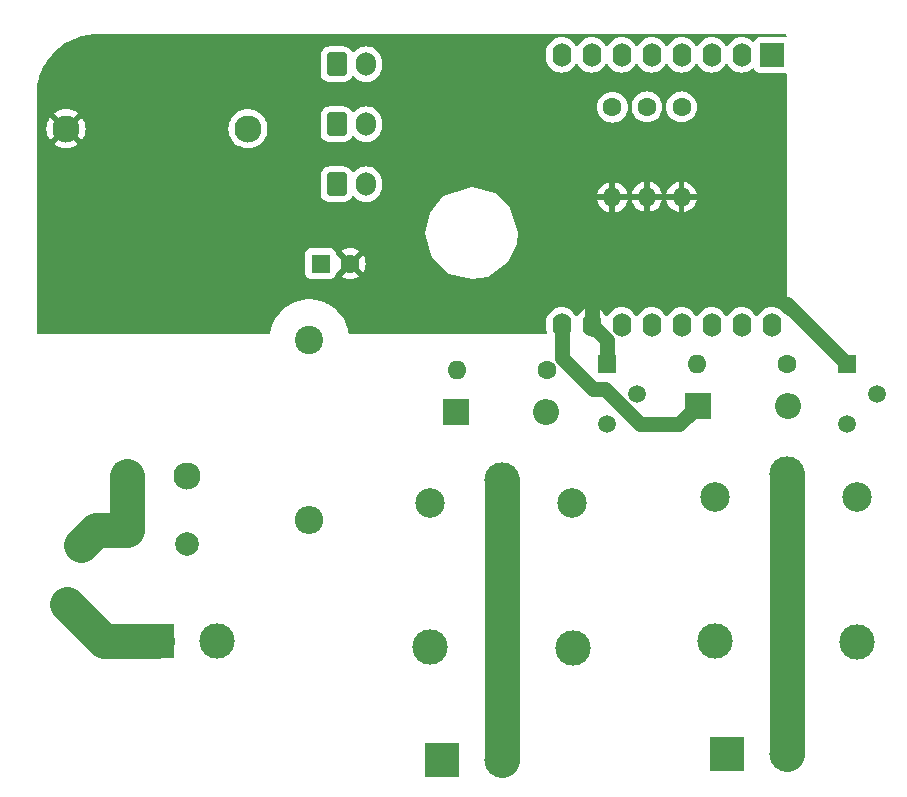
<source format=gbl>
G04 #@! TF.GenerationSoftware,KiCad,Pcbnew,7.0.10*
G04 #@! TF.CreationDate,2024-03-10T12:39:23+01:00*
G04 #@! TF.ProjectId,double_relay,646f7562-6c65-45f7-9265-6c61792e6b69,rev?*
G04 #@! TF.SameCoordinates,Original*
G04 #@! TF.FileFunction,Copper,L2,Bot*
G04 #@! TF.FilePolarity,Positive*
%FSLAX46Y46*%
G04 Gerber Fmt 4.6, Leading zero omitted, Abs format (unit mm)*
G04 Created by KiCad (PCBNEW 7.0.10) date 2024-03-10 12:39:23*
%MOMM*%
%LPD*%
G01*
G04 APERTURE LIST*
G04 Aperture macros list*
%AMRoundRect*
0 Rectangle with rounded corners*
0 $1 Rounding radius*
0 $2 $3 $4 $5 $6 $7 $8 $9 X,Y pos of 4 corners*
0 Add a 4 corners polygon primitive as box body*
4,1,4,$2,$3,$4,$5,$6,$7,$8,$9,$2,$3,0*
0 Add four circle primitives for the rounded corners*
1,1,$1+$1,$2,$3*
1,1,$1+$1,$4,$5*
1,1,$1+$1,$6,$7*
1,1,$1+$1,$8,$9*
0 Add four rect primitives between the rounded corners*
20,1,$1+$1,$2,$3,$4,$5,0*
20,1,$1+$1,$4,$5,$6,$7,0*
20,1,$1+$1,$6,$7,$8,$9,0*
20,1,$1+$1,$8,$9,$2,$3,0*%
G04 Aperture macros list end*
G04 #@! TA.AperFunction,ComponentPad*
%ADD10R,3.000000X3.000000*%
G04 #@! TD*
G04 #@! TA.AperFunction,ComponentPad*
%ADD11C,3.000000*%
G04 #@! TD*
G04 #@! TA.AperFunction,ComponentPad*
%ADD12R,2.200000X2.200000*%
G04 #@! TD*
G04 #@! TA.AperFunction,ComponentPad*
%ADD13O,2.200000X2.200000*%
G04 #@! TD*
G04 #@! TA.AperFunction,ComponentPad*
%ADD14R,1.500000X1.500000*%
G04 #@! TD*
G04 #@! TA.AperFunction,ComponentPad*
%ADD15C,1.500000*%
G04 #@! TD*
G04 #@! TA.AperFunction,ComponentPad*
%ADD16R,1.600000X1.600000*%
G04 #@! TD*
G04 #@! TA.AperFunction,ComponentPad*
%ADD17C,1.600000*%
G04 #@! TD*
G04 #@! TA.AperFunction,ComponentPad*
%ADD18C,2.000000*%
G04 #@! TD*
G04 #@! TA.AperFunction,ComponentPad*
%ADD19RoundRect,0.250000X-0.600000X-0.750000X0.600000X-0.750000X0.600000X0.750000X-0.600000X0.750000X0*%
G04 #@! TD*
G04 #@! TA.AperFunction,ComponentPad*
%ADD20O,1.700000X2.000000*%
G04 #@! TD*
G04 #@! TA.AperFunction,ComponentPad*
%ADD21O,1.600000X1.600000*%
G04 #@! TD*
G04 #@! TA.AperFunction,ComponentPad*
%ADD22C,2.500000*%
G04 #@! TD*
G04 #@! TA.AperFunction,ComponentPad*
%ADD23C,2.400000*%
G04 #@! TD*
G04 #@! TA.AperFunction,ComponentPad*
%ADD24O,2.400000X2.400000*%
G04 #@! TD*
G04 #@! TA.AperFunction,ComponentPad*
%ADD25R,2.000000X2.300000*%
G04 #@! TD*
G04 #@! TA.AperFunction,ComponentPad*
%ADD26C,2.300000*%
G04 #@! TD*
G04 #@! TA.AperFunction,ComponentPad*
%ADD27R,2.000000X2.000000*%
G04 #@! TD*
G04 #@! TA.AperFunction,ComponentPad*
%ADD28O,1.600000X2.000000*%
G04 #@! TD*
G04 #@! TA.AperFunction,Conductor*
%ADD29C,3.000000*%
G04 #@! TD*
G04 #@! TA.AperFunction,Conductor*
%ADD30C,1.270000*%
G04 #@! TD*
G04 #@! TA.AperFunction,Conductor*
%ADD31C,2.540000*%
G04 #@! TD*
G04 APERTURE END LIST*
D10*
X66046649Y-76808031D03*
D11*
X71126649Y-76808031D03*
D12*
X111891164Y-56836220D03*
D13*
X119511164Y-56836220D03*
D10*
X114300000Y-86360000D03*
D11*
X119380000Y-86360000D03*
D14*
X124460000Y-53340000D03*
D15*
X127000000Y-55880000D03*
X124460000Y-58420000D03*
D16*
X79930232Y-44820125D03*
D17*
X82430232Y-44820125D03*
D18*
X58420000Y-73660000D03*
X59620000Y-68660000D03*
D19*
X81280000Y-33020000D03*
D20*
X83780000Y-33020000D03*
D17*
X99085131Y-53855310D03*
D21*
X91465131Y-53855310D03*
D18*
X63580000Y-67380000D03*
X68580000Y-68580000D03*
D19*
X81280000Y-38100000D03*
D20*
X83780000Y-38100000D03*
D11*
X95275131Y-63135310D03*
D22*
X89225131Y-65085310D03*
D11*
X89225131Y-77285310D03*
X101275131Y-77335310D03*
D22*
X101225131Y-65085310D03*
D11*
X119380000Y-62620000D03*
D22*
X113330000Y-64570000D03*
D11*
X113330000Y-76770000D03*
X125380000Y-76820000D03*
D22*
X125330000Y-64570000D03*
D12*
X91391342Y-57351530D03*
D13*
X99011342Y-57351530D03*
D17*
X119380000Y-53340000D03*
D21*
X111760000Y-53340000D03*
D17*
X107558163Y-31552827D03*
D21*
X107558163Y-39172827D03*
D17*
X110483645Y-31552827D03*
D21*
X110483645Y-39172827D03*
D23*
X78951901Y-51255515D03*
D24*
X78951901Y-66495515D03*
D14*
X104140000Y-53340000D03*
D15*
X106680000Y-55880000D03*
X104140000Y-58420000D03*
D17*
X104632681Y-31577410D03*
D21*
X104632681Y-39197410D03*
D19*
X81280000Y-27940000D03*
D20*
X83780000Y-27940000D03*
D25*
X63572845Y-62797865D03*
D26*
X68572845Y-62797865D03*
X58372845Y-33397865D03*
X73772845Y-33397865D03*
D27*
X118110000Y-27155000D03*
D28*
X115570000Y-27155000D03*
X113030000Y-27155000D03*
X110490000Y-27155000D03*
X107950000Y-27155000D03*
X105410000Y-27155000D03*
X102870000Y-27155000D03*
X100330000Y-27155000D03*
X100330000Y-50015000D03*
X102870000Y-50015000D03*
X105410000Y-50015000D03*
X107950000Y-50015000D03*
X110490000Y-50015000D03*
X113030000Y-50015000D03*
X115570000Y-50015000D03*
X118110000Y-50015000D03*
D10*
X90195131Y-86875310D03*
D11*
X95275131Y-86875310D03*
D29*
X61568031Y-76808031D02*
X58420000Y-73660000D01*
X66046649Y-76808031D02*
X61568031Y-76808031D01*
D30*
X102870000Y-48548069D02*
X102870073Y-48547996D01*
X119380000Y-48260000D02*
X119745000Y-48625000D01*
X120650000Y-49530000D02*
X119380000Y-48260000D01*
X124460000Y-53340000D02*
X120650000Y-49530000D01*
X104140000Y-51285000D02*
X102870000Y-50015000D01*
X102870000Y-50015000D02*
X102870000Y-48548069D01*
X104140000Y-53340000D02*
X104140000Y-51285000D01*
X100330000Y-50015000D02*
X100330000Y-52787939D01*
X104035646Y-55477175D02*
X106978471Y-58420000D01*
X103019236Y-55477175D02*
X104035646Y-55477175D01*
X110307384Y-58420000D02*
X111891164Y-56836220D01*
X100330000Y-52787939D02*
X103019236Y-55477175D01*
X106978471Y-58420000D02*
X110307384Y-58420000D01*
D29*
X119380000Y-86360000D02*
X119380000Y-62620000D01*
X95275131Y-63135310D02*
X95275131Y-86875310D01*
X63540000Y-67368984D02*
X60911016Y-67368984D01*
X60911016Y-67368984D02*
X59620000Y-68660000D01*
X63540000Y-62822500D02*
X63540000Y-67368984D01*
D31*
X63540000Y-67368984D02*
X63551016Y-67380000D01*
G04 #@! TA.AperFunction,Conductor*
G36*
X119323039Y-25420185D02*
G01*
X119368794Y-25472989D01*
X119380000Y-25524500D01*
X119380000Y-25542930D01*
X119360315Y-25609969D01*
X119307511Y-25655724D01*
X119238353Y-25665668D01*
X119225129Y-25662294D01*
X119225035Y-25662693D01*
X119217483Y-25660908D01*
X119157883Y-25654501D01*
X119157881Y-25654500D01*
X119157873Y-25654500D01*
X119157864Y-25654500D01*
X117062129Y-25654500D01*
X117062123Y-25654501D01*
X117002516Y-25660908D01*
X116867671Y-25711202D01*
X116867664Y-25711206D01*
X116752455Y-25797452D01*
X116752452Y-25797455D01*
X116666206Y-25912664D01*
X116666202Y-25912671D01*
X116652312Y-25949914D01*
X116610441Y-26005848D01*
X116544976Y-26030265D01*
X116476703Y-26015413D01*
X116448449Y-25994262D01*
X116409141Y-25954954D01*
X116222734Y-25824432D01*
X116222732Y-25824431D01*
X116016497Y-25728261D01*
X116016488Y-25728258D01*
X115796697Y-25669366D01*
X115796693Y-25669365D01*
X115796692Y-25669365D01*
X115796691Y-25669364D01*
X115796686Y-25669364D01*
X115570002Y-25649532D01*
X115569998Y-25649532D01*
X115343313Y-25669364D01*
X115343302Y-25669366D01*
X115123511Y-25728258D01*
X115123502Y-25728261D01*
X114917267Y-25824431D01*
X114917265Y-25824432D01*
X114730858Y-25954954D01*
X114569954Y-26115858D01*
X114439432Y-26302265D01*
X114439431Y-26302267D01*
X114412382Y-26360275D01*
X114366209Y-26412714D01*
X114299016Y-26431866D01*
X114232135Y-26411650D01*
X114187618Y-26360275D01*
X114160568Y-26302267D01*
X114160567Y-26302265D01*
X114140452Y-26273538D01*
X114060937Y-26159977D01*
X114030045Y-26115858D01*
X113869141Y-25954954D01*
X113682734Y-25824432D01*
X113682732Y-25824431D01*
X113476497Y-25728261D01*
X113476488Y-25728258D01*
X113256697Y-25669366D01*
X113256693Y-25669365D01*
X113256692Y-25669365D01*
X113256691Y-25669364D01*
X113256686Y-25669364D01*
X113030002Y-25649532D01*
X113029998Y-25649532D01*
X112803313Y-25669364D01*
X112803302Y-25669366D01*
X112583511Y-25728258D01*
X112583502Y-25728261D01*
X112377267Y-25824431D01*
X112377265Y-25824432D01*
X112190858Y-25954954D01*
X112029954Y-26115858D01*
X111899432Y-26302265D01*
X111899431Y-26302267D01*
X111872382Y-26360275D01*
X111826209Y-26412714D01*
X111759016Y-26431866D01*
X111692135Y-26411650D01*
X111647618Y-26360275D01*
X111620568Y-26302267D01*
X111620567Y-26302265D01*
X111600452Y-26273538D01*
X111520937Y-26159977D01*
X111490045Y-26115858D01*
X111329141Y-25954954D01*
X111142734Y-25824432D01*
X111142732Y-25824431D01*
X110936497Y-25728261D01*
X110936488Y-25728258D01*
X110716697Y-25669366D01*
X110716693Y-25669365D01*
X110716692Y-25669365D01*
X110716691Y-25669364D01*
X110716686Y-25669364D01*
X110490002Y-25649532D01*
X110489998Y-25649532D01*
X110263313Y-25669364D01*
X110263302Y-25669366D01*
X110043511Y-25728258D01*
X110043502Y-25728261D01*
X109837267Y-25824431D01*
X109837265Y-25824432D01*
X109650858Y-25954954D01*
X109489954Y-26115858D01*
X109359432Y-26302265D01*
X109359431Y-26302267D01*
X109332382Y-26360275D01*
X109286209Y-26412714D01*
X109219016Y-26431866D01*
X109152135Y-26411650D01*
X109107618Y-26360275D01*
X109080568Y-26302267D01*
X109080567Y-26302265D01*
X109060452Y-26273538D01*
X108980937Y-26159977D01*
X108950045Y-26115858D01*
X108789141Y-25954954D01*
X108602734Y-25824432D01*
X108602732Y-25824431D01*
X108396497Y-25728261D01*
X108396488Y-25728258D01*
X108176697Y-25669366D01*
X108176693Y-25669365D01*
X108176692Y-25669365D01*
X108176691Y-25669364D01*
X108176686Y-25669364D01*
X107950002Y-25649532D01*
X107949998Y-25649532D01*
X107723313Y-25669364D01*
X107723302Y-25669366D01*
X107503511Y-25728258D01*
X107503502Y-25728261D01*
X107297267Y-25824431D01*
X107297265Y-25824432D01*
X107110858Y-25954954D01*
X106949954Y-26115858D01*
X106819432Y-26302265D01*
X106819431Y-26302267D01*
X106792382Y-26360275D01*
X106746209Y-26412714D01*
X106679016Y-26431866D01*
X106612135Y-26411650D01*
X106567618Y-26360275D01*
X106540568Y-26302267D01*
X106540567Y-26302265D01*
X106520452Y-26273538D01*
X106440937Y-26159977D01*
X106410045Y-26115858D01*
X106249141Y-25954954D01*
X106062734Y-25824432D01*
X106062732Y-25824431D01*
X105856497Y-25728261D01*
X105856488Y-25728258D01*
X105636697Y-25669366D01*
X105636693Y-25669365D01*
X105636692Y-25669365D01*
X105636691Y-25669364D01*
X105636686Y-25669364D01*
X105410002Y-25649532D01*
X105409998Y-25649532D01*
X105183313Y-25669364D01*
X105183302Y-25669366D01*
X104963511Y-25728258D01*
X104963502Y-25728261D01*
X104757267Y-25824431D01*
X104757265Y-25824432D01*
X104570858Y-25954954D01*
X104409954Y-26115858D01*
X104279432Y-26302265D01*
X104279431Y-26302267D01*
X104252382Y-26360275D01*
X104206209Y-26412714D01*
X104139016Y-26431866D01*
X104072135Y-26411650D01*
X104027618Y-26360275D01*
X104000568Y-26302267D01*
X104000567Y-26302265D01*
X103980452Y-26273538D01*
X103900937Y-26159977D01*
X103870045Y-26115858D01*
X103709141Y-25954954D01*
X103522734Y-25824432D01*
X103522732Y-25824431D01*
X103316497Y-25728261D01*
X103316488Y-25728258D01*
X103096697Y-25669366D01*
X103096693Y-25669365D01*
X103096692Y-25669365D01*
X103096691Y-25669364D01*
X103096686Y-25669364D01*
X102870002Y-25649532D01*
X102869998Y-25649532D01*
X102643313Y-25669364D01*
X102643302Y-25669366D01*
X102423511Y-25728258D01*
X102423502Y-25728261D01*
X102217267Y-25824431D01*
X102217265Y-25824432D01*
X102030858Y-25954954D01*
X101869954Y-26115858D01*
X101739432Y-26302265D01*
X101739431Y-26302267D01*
X101712382Y-26360275D01*
X101666209Y-26412714D01*
X101599016Y-26431866D01*
X101532135Y-26411650D01*
X101487618Y-26360275D01*
X101460568Y-26302267D01*
X101460567Y-26302265D01*
X101440452Y-26273538D01*
X101360937Y-26159977D01*
X101330045Y-26115858D01*
X101169141Y-25954954D01*
X100982734Y-25824432D01*
X100982732Y-25824431D01*
X100776497Y-25728261D01*
X100776488Y-25728258D01*
X100556697Y-25669366D01*
X100556693Y-25669365D01*
X100556692Y-25669365D01*
X100556691Y-25669364D01*
X100556686Y-25669364D01*
X100330002Y-25649532D01*
X100329998Y-25649532D01*
X100103313Y-25669364D01*
X100103302Y-25669366D01*
X99883511Y-25728258D01*
X99883502Y-25728261D01*
X99677267Y-25824431D01*
X99677265Y-25824432D01*
X99490858Y-25954954D01*
X99329954Y-26115858D01*
X99199432Y-26302265D01*
X99199431Y-26302267D01*
X99103261Y-26508502D01*
X99103258Y-26508511D01*
X99044366Y-26728302D01*
X99044364Y-26728312D01*
X99029500Y-26898214D01*
X99029500Y-27411785D01*
X99044364Y-27581687D01*
X99044366Y-27581697D01*
X99103258Y-27801488D01*
X99103261Y-27801497D01*
X99199431Y-28007732D01*
X99199432Y-28007734D01*
X99329954Y-28194141D01*
X99490858Y-28355045D01*
X99537693Y-28387839D01*
X99677266Y-28485568D01*
X99883504Y-28581739D01*
X99883509Y-28581740D01*
X99883511Y-28581741D01*
X99936415Y-28595916D01*
X100103308Y-28640635D01*
X100265230Y-28654801D01*
X100329998Y-28660468D01*
X100330000Y-28660468D01*
X100330002Y-28660468D01*
X100386807Y-28655498D01*
X100556692Y-28640635D01*
X100776496Y-28581739D01*
X100982734Y-28485568D01*
X101169139Y-28355047D01*
X101330047Y-28194139D01*
X101460568Y-28007734D01*
X101487618Y-27949724D01*
X101533790Y-27897285D01*
X101600983Y-27878133D01*
X101667865Y-27898348D01*
X101712382Y-27949725D01*
X101739429Y-28007728D01*
X101739432Y-28007734D01*
X101869954Y-28194141D01*
X102030858Y-28355045D01*
X102077693Y-28387839D01*
X102217266Y-28485568D01*
X102423504Y-28581739D01*
X102423509Y-28581740D01*
X102423511Y-28581741D01*
X102476415Y-28595916D01*
X102643308Y-28640635D01*
X102805230Y-28654801D01*
X102869998Y-28660468D01*
X102870000Y-28660468D01*
X102870002Y-28660468D01*
X102926807Y-28655498D01*
X103096692Y-28640635D01*
X103316496Y-28581739D01*
X103522734Y-28485568D01*
X103709139Y-28355047D01*
X103870047Y-28194139D01*
X104000568Y-28007734D01*
X104027618Y-27949724D01*
X104073790Y-27897285D01*
X104140983Y-27878133D01*
X104207865Y-27898348D01*
X104252382Y-27949725D01*
X104279429Y-28007728D01*
X104279432Y-28007734D01*
X104409954Y-28194141D01*
X104570858Y-28355045D01*
X104617693Y-28387839D01*
X104757266Y-28485568D01*
X104963504Y-28581739D01*
X104963509Y-28581740D01*
X104963511Y-28581741D01*
X105016415Y-28595916D01*
X105183308Y-28640635D01*
X105345230Y-28654801D01*
X105409998Y-28660468D01*
X105410000Y-28660468D01*
X105410002Y-28660468D01*
X105466807Y-28655498D01*
X105636692Y-28640635D01*
X105856496Y-28581739D01*
X106062734Y-28485568D01*
X106249139Y-28355047D01*
X106410047Y-28194139D01*
X106540568Y-28007734D01*
X106567618Y-27949724D01*
X106613790Y-27897285D01*
X106680983Y-27878133D01*
X106747865Y-27898348D01*
X106792382Y-27949725D01*
X106819429Y-28007728D01*
X106819432Y-28007734D01*
X106949954Y-28194141D01*
X107110858Y-28355045D01*
X107157693Y-28387839D01*
X107297266Y-28485568D01*
X107503504Y-28581739D01*
X107503509Y-28581740D01*
X107503511Y-28581741D01*
X107556415Y-28595916D01*
X107723308Y-28640635D01*
X107885230Y-28654801D01*
X107949998Y-28660468D01*
X107950000Y-28660468D01*
X107950002Y-28660468D01*
X108006807Y-28655498D01*
X108176692Y-28640635D01*
X108396496Y-28581739D01*
X108602734Y-28485568D01*
X108789139Y-28355047D01*
X108950047Y-28194139D01*
X109080568Y-28007734D01*
X109107618Y-27949724D01*
X109153790Y-27897285D01*
X109220983Y-27878133D01*
X109287865Y-27898348D01*
X109332382Y-27949725D01*
X109359429Y-28007728D01*
X109359432Y-28007734D01*
X109489954Y-28194141D01*
X109650858Y-28355045D01*
X109697693Y-28387839D01*
X109837266Y-28485568D01*
X110043504Y-28581739D01*
X110043509Y-28581740D01*
X110043511Y-28581741D01*
X110096415Y-28595916D01*
X110263308Y-28640635D01*
X110425230Y-28654801D01*
X110489998Y-28660468D01*
X110490000Y-28660468D01*
X110490002Y-28660468D01*
X110546807Y-28655498D01*
X110716692Y-28640635D01*
X110936496Y-28581739D01*
X111142734Y-28485568D01*
X111329139Y-28355047D01*
X111490047Y-28194139D01*
X111620568Y-28007734D01*
X111647618Y-27949724D01*
X111693790Y-27897285D01*
X111760983Y-27878133D01*
X111827865Y-27898348D01*
X111872382Y-27949725D01*
X111899429Y-28007728D01*
X111899432Y-28007734D01*
X112029954Y-28194141D01*
X112190858Y-28355045D01*
X112237693Y-28387839D01*
X112377266Y-28485568D01*
X112583504Y-28581739D01*
X112583509Y-28581740D01*
X112583511Y-28581741D01*
X112636415Y-28595916D01*
X112803308Y-28640635D01*
X112965230Y-28654801D01*
X113029998Y-28660468D01*
X113030000Y-28660468D01*
X113030002Y-28660468D01*
X113086807Y-28655498D01*
X113256692Y-28640635D01*
X113476496Y-28581739D01*
X113682734Y-28485568D01*
X113869139Y-28355047D01*
X114030047Y-28194139D01*
X114160568Y-28007734D01*
X114187618Y-27949724D01*
X114233790Y-27897285D01*
X114300983Y-27878133D01*
X114367865Y-27898348D01*
X114412382Y-27949725D01*
X114439429Y-28007728D01*
X114439432Y-28007734D01*
X114569954Y-28194141D01*
X114730858Y-28355045D01*
X114777693Y-28387839D01*
X114917266Y-28485568D01*
X115123504Y-28581739D01*
X115123509Y-28581740D01*
X115123511Y-28581741D01*
X115176415Y-28595916D01*
X115343308Y-28640635D01*
X115505230Y-28654801D01*
X115569998Y-28660468D01*
X115570000Y-28660468D01*
X115570002Y-28660468D01*
X115626807Y-28655498D01*
X115796692Y-28640635D01*
X116016496Y-28581739D01*
X116222734Y-28485568D01*
X116409139Y-28355047D01*
X116448448Y-28315738D01*
X116509770Y-28282252D01*
X116579462Y-28287236D01*
X116635396Y-28329106D01*
X116652312Y-28360086D01*
X116666201Y-28397326D01*
X116666206Y-28397335D01*
X116752452Y-28512544D01*
X116752455Y-28512547D01*
X116867664Y-28598793D01*
X116867671Y-28598797D01*
X117002517Y-28649091D01*
X117002516Y-28649091D01*
X117009444Y-28649835D01*
X117062127Y-28655500D01*
X119157872Y-28655499D01*
X119217483Y-28649091D01*
X119217485Y-28649090D01*
X119217487Y-28649090D01*
X119225031Y-28647308D01*
X119225658Y-28649961D01*
X119282339Y-28645899D01*
X119343667Y-28679374D01*
X119377162Y-28740691D01*
X119380000Y-28767069D01*
X119380000Y-48968116D01*
X119360315Y-49035155D01*
X119307511Y-49080910D01*
X119238353Y-49090854D01*
X119174797Y-49061829D01*
X119154425Y-49039239D01*
X119110046Y-48975859D01*
X118949141Y-48814954D01*
X118762734Y-48684432D01*
X118762732Y-48684431D01*
X118556497Y-48588261D01*
X118556488Y-48588258D01*
X118336697Y-48529366D01*
X118336693Y-48529365D01*
X118336692Y-48529365D01*
X118336691Y-48529364D01*
X118336686Y-48529364D01*
X118110002Y-48509532D01*
X118109998Y-48509532D01*
X117883313Y-48529364D01*
X117883302Y-48529366D01*
X117663511Y-48588258D01*
X117663502Y-48588261D01*
X117457267Y-48684431D01*
X117457265Y-48684432D01*
X117270858Y-48814954D01*
X117109954Y-48975858D01*
X116979432Y-49162265D01*
X116979431Y-49162267D01*
X116952382Y-49220275D01*
X116906209Y-49272714D01*
X116839016Y-49291866D01*
X116772135Y-49271650D01*
X116727618Y-49220275D01*
X116700686Y-49162520D01*
X116700568Y-49162266D01*
X116570047Y-48975861D01*
X116570045Y-48975858D01*
X116409141Y-48814954D01*
X116222734Y-48684432D01*
X116222732Y-48684431D01*
X116016497Y-48588261D01*
X116016488Y-48588258D01*
X115796697Y-48529366D01*
X115796693Y-48529365D01*
X115796692Y-48529365D01*
X115796691Y-48529364D01*
X115796686Y-48529364D01*
X115570002Y-48509532D01*
X115569998Y-48509532D01*
X115343313Y-48529364D01*
X115343302Y-48529366D01*
X115123511Y-48588258D01*
X115123502Y-48588261D01*
X114917267Y-48684431D01*
X114917265Y-48684432D01*
X114730858Y-48814954D01*
X114569954Y-48975858D01*
X114439432Y-49162265D01*
X114439431Y-49162267D01*
X114412382Y-49220275D01*
X114366209Y-49272714D01*
X114299016Y-49291866D01*
X114232135Y-49271650D01*
X114187618Y-49220275D01*
X114160686Y-49162520D01*
X114160568Y-49162266D01*
X114030047Y-48975861D01*
X114030045Y-48975858D01*
X113869141Y-48814954D01*
X113682734Y-48684432D01*
X113682732Y-48684431D01*
X113476497Y-48588261D01*
X113476488Y-48588258D01*
X113256697Y-48529366D01*
X113256693Y-48529365D01*
X113256692Y-48529365D01*
X113256691Y-48529364D01*
X113256686Y-48529364D01*
X113030002Y-48509532D01*
X113029998Y-48509532D01*
X112803313Y-48529364D01*
X112803302Y-48529366D01*
X112583511Y-48588258D01*
X112583502Y-48588261D01*
X112377267Y-48684431D01*
X112377265Y-48684432D01*
X112190858Y-48814954D01*
X112029954Y-48975858D01*
X111899432Y-49162265D01*
X111899431Y-49162267D01*
X111872382Y-49220275D01*
X111826209Y-49272714D01*
X111759016Y-49291866D01*
X111692135Y-49271650D01*
X111647618Y-49220275D01*
X111620686Y-49162520D01*
X111620568Y-49162266D01*
X111490047Y-48975861D01*
X111490045Y-48975858D01*
X111329141Y-48814954D01*
X111142734Y-48684432D01*
X111142732Y-48684431D01*
X110936497Y-48588261D01*
X110936488Y-48588258D01*
X110716697Y-48529366D01*
X110716693Y-48529365D01*
X110716692Y-48529365D01*
X110716691Y-48529364D01*
X110716686Y-48529364D01*
X110490002Y-48509532D01*
X110489998Y-48509532D01*
X110263313Y-48529364D01*
X110263302Y-48529366D01*
X110043511Y-48588258D01*
X110043502Y-48588261D01*
X109837267Y-48684431D01*
X109837265Y-48684432D01*
X109650858Y-48814954D01*
X109489954Y-48975858D01*
X109359432Y-49162265D01*
X109359431Y-49162267D01*
X109332382Y-49220275D01*
X109286209Y-49272714D01*
X109219016Y-49291866D01*
X109152135Y-49271650D01*
X109107618Y-49220275D01*
X109080686Y-49162520D01*
X109080568Y-49162266D01*
X108950047Y-48975861D01*
X108950045Y-48975858D01*
X108789141Y-48814954D01*
X108602734Y-48684432D01*
X108602732Y-48684431D01*
X108396497Y-48588261D01*
X108396488Y-48588258D01*
X108176697Y-48529366D01*
X108176693Y-48529365D01*
X108176692Y-48529365D01*
X108176691Y-48529364D01*
X108176686Y-48529364D01*
X107950002Y-48509532D01*
X107949998Y-48509532D01*
X107723313Y-48529364D01*
X107723302Y-48529366D01*
X107503511Y-48588258D01*
X107503502Y-48588261D01*
X107297267Y-48684431D01*
X107297265Y-48684432D01*
X107110858Y-48814954D01*
X106949954Y-48975858D01*
X106819432Y-49162265D01*
X106819431Y-49162267D01*
X106792382Y-49220275D01*
X106746209Y-49272714D01*
X106679016Y-49291866D01*
X106612135Y-49271650D01*
X106567618Y-49220275D01*
X106540686Y-49162520D01*
X106540568Y-49162266D01*
X106410047Y-48975861D01*
X106410045Y-48975858D01*
X106249141Y-48814954D01*
X106062734Y-48684432D01*
X106062732Y-48684431D01*
X105856497Y-48588261D01*
X105856488Y-48588258D01*
X105636697Y-48529366D01*
X105636693Y-48529365D01*
X105636692Y-48529365D01*
X105636691Y-48529364D01*
X105636686Y-48529364D01*
X105410002Y-48509532D01*
X105409998Y-48509532D01*
X105183313Y-48529364D01*
X105183302Y-48529366D01*
X104963511Y-48588258D01*
X104963502Y-48588261D01*
X104757267Y-48684431D01*
X104757265Y-48684432D01*
X104570858Y-48814954D01*
X104409954Y-48975858D01*
X104279433Y-49162264D01*
X104279432Y-49162266D01*
X104279315Y-49162518D01*
X104252106Y-49220867D01*
X104205933Y-49273306D01*
X104138739Y-49292457D01*
X104071858Y-49272241D01*
X104027342Y-49220865D01*
X104000135Y-49162520D01*
X104000134Y-49162518D01*
X103869657Y-48976179D01*
X103708820Y-48815342D01*
X103522482Y-48684865D01*
X103316328Y-48588734D01*
X103120000Y-48536127D01*
X103120000Y-49579498D01*
X103012315Y-49530320D01*
X102905763Y-49515000D01*
X102834237Y-49515000D01*
X102727685Y-49530320D01*
X102620000Y-49579498D01*
X102620000Y-48536127D01*
X102423671Y-48588734D01*
X102217517Y-48684865D01*
X102031179Y-48815342D01*
X101870342Y-48976179D01*
X101739867Y-49162515D01*
X101712657Y-49220867D01*
X101666484Y-49273306D01*
X101599290Y-49292457D01*
X101532409Y-49272241D01*
X101487893Y-49220865D01*
X101460685Y-49162518D01*
X101460568Y-49162266D01*
X101330047Y-48975861D01*
X101330045Y-48975858D01*
X101169141Y-48814954D01*
X100982734Y-48684432D01*
X100982732Y-48684431D01*
X100776497Y-48588261D01*
X100776488Y-48588258D01*
X100556697Y-48529366D01*
X100556693Y-48529365D01*
X100556692Y-48529365D01*
X100556691Y-48529364D01*
X100556686Y-48529364D01*
X100330002Y-48509532D01*
X100329998Y-48509532D01*
X100103313Y-48529364D01*
X100103302Y-48529366D01*
X99883511Y-48588258D01*
X99883502Y-48588261D01*
X99677267Y-48684431D01*
X99677265Y-48684432D01*
X99490858Y-48814954D01*
X99329954Y-48975858D01*
X99199432Y-49162265D01*
X99199431Y-49162267D01*
X99103261Y-49368502D01*
X99103258Y-49368511D01*
X99044366Y-49588302D01*
X99044364Y-49588312D01*
X99029500Y-49758214D01*
X99029500Y-50271785D01*
X99044364Y-50441687D01*
X99044366Y-50441697D01*
X99098548Y-50643907D01*
X99096885Y-50713757D01*
X99057722Y-50771619D01*
X98993494Y-50799123D01*
X98978773Y-50800000D01*
X82411633Y-50800000D01*
X82344594Y-50780315D01*
X82298839Y-50727511D01*
X82288347Y-50689286D01*
X82285612Y-50663909D01*
X82285611Y-50663902D01*
X82285611Y-50663900D01*
X82211876Y-50321207D01*
X82102765Y-49988086D01*
X81961754Y-49673271D01*
X81959477Y-49668187D01*
X81959476Y-49668184D01*
X81959442Y-49668126D01*
X81783563Y-49364975D01*
X81576960Y-49081797D01*
X81576158Y-49080910D01*
X81341930Y-48821746D01*
X81341921Y-48821736D01*
X81188895Y-48684431D01*
X81081017Y-48587635D01*
X81081012Y-48587632D01*
X80797088Y-48382046D01*
X80581891Y-48258229D01*
X80493263Y-48207235D01*
X80493261Y-48207234D01*
X80493260Y-48207233D01*
X80172836Y-48065092D01*
X79839332Y-47957185D01*
X79839336Y-47957185D01*
X79646290Y-47916375D01*
X79496373Y-47884682D01*
X79496367Y-47884681D01*
X79496361Y-47884680D01*
X79496353Y-47884679D01*
X79147735Y-47848384D01*
X79147723Y-47848383D01*
X79147722Y-47848383D01*
X79147721Y-47848383D01*
X79147708Y-47848382D01*
X78797178Y-47848682D01*
X78448604Y-47885575D01*
X78105765Y-47958662D01*
X77772440Y-48067141D01*
X77452262Y-48209826D01*
X77452243Y-48209836D01*
X77148734Y-48385158D01*
X77148716Y-48385169D01*
X76865167Y-48591221D01*
X76865143Y-48591240D01*
X76604664Y-48825763D01*
X76604649Y-48825777D01*
X76469184Y-48976179D01*
X76374061Y-49081791D01*
X76370051Y-49086243D01*
X76370049Y-49086245D01*
X76163938Y-49369765D01*
X75988543Y-49673271D01*
X75845798Y-49993421D01*
X75737256Y-50326728D01*
X75664105Y-50669543D01*
X75662034Y-50689077D01*
X75635389Y-50753667D01*
X75578054Y-50793598D01*
X75538725Y-50800000D01*
X56004500Y-50800000D01*
X55937461Y-50780315D01*
X55891706Y-50727511D01*
X55880500Y-50676000D01*
X55880500Y-45667995D01*
X78629732Y-45667995D01*
X78629733Y-45668001D01*
X78636140Y-45727608D01*
X78686434Y-45862453D01*
X78686438Y-45862460D01*
X78772684Y-45977669D01*
X78772687Y-45977672D01*
X78887896Y-46063918D01*
X78887903Y-46063922D01*
X79022749Y-46114216D01*
X79022748Y-46114216D01*
X79029676Y-46114960D01*
X79082359Y-46120625D01*
X80778104Y-46120624D01*
X80837715Y-46114216D01*
X80972563Y-46063921D01*
X81087778Y-45977671D01*
X81174028Y-45862456D01*
X81224323Y-45727608D01*
X81230732Y-45667998D01*
X81230731Y-45667970D01*
X81230910Y-45664672D01*
X81232415Y-45664752D01*
X81250344Y-45603451D01*
X81303100Y-45557639D01*
X81346697Y-45550106D01*
X82032278Y-44864525D01*
X82045067Y-44945273D01*
X82102591Y-45058170D01*
X82192187Y-45147766D01*
X82305084Y-45205290D01*
X82385831Y-45218078D01*
X81704758Y-45899150D01*
X81777745Y-45950257D01*
X81777753Y-45950261D01*
X81983900Y-46046389D01*
X81983914Y-46046394D01*
X82203621Y-46105264D01*
X82203632Y-46105266D01*
X82430230Y-46125091D01*
X82430234Y-46125091D01*
X82656831Y-46105266D01*
X82656842Y-46105264D01*
X82876549Y-46046394D01*
X82876563Y-46046389D01*
X83082710Y-45950261D01*
X83155703Y-45899149D01*
X82474632Y-45218078D01*
X82555380Y-45205290D01*
X82668277Y-45147766D01*
X82757873Y-45058170D01*
X82815397Y-44945273D01*
X82828185Y-44864525D01*
X83509256Y-45545596D01*
X83560368Y-45472603D01*
X83656496Y-45266456D01*
X83656501Y-45266442D01*
X83715371Y-45046735D01*
X83715373Y-45046724D01*
X83735198Y-44820127D01*
X83735198Y-44820122D01*
X83715373Y-44593525D01*
X83715371Y-44593514D01*
X83656501Y-44373807D01*
X83656496Y-44373793D01*
X83560368Y-44167646D01*
X83560364Y-44167638D01*
X83509257Y-44094651D01*
X82828185Y-44775723D01*
X82815397Y-44694977D01*
X82757873Y-44582080D01*
X82668277Y-44492484D01*
X82555380Y-44434960D01*
X82474633Y-44422171D01*
X83155704Y-43741099D01*
X83082710Y-43689988D01*
X82876563Y-43593860D01*
X82876549Y-43593855D01*
X82656842Y-43534985D01*
X82656831Y-43534983D01*
X82430234Y-43515159D01*
X82430230Y-43515159D01*
X82203632Y-43534983D01*
X82203621Y-43534985D01*
X81983914Y-43593855D01*
X81983905Y-43593859D01*
X81777748Y-43689991D01*
X81777744Y-43689993D01*
X81704758Y-43741098D01*
X81704758Y-43741099D01*
X82385831Y-44422171D01*
X82305084Y-44434960D01*
X82192187Y-44492484D01*
X82102591Y-44582080D01*
X82045067Y-44694977D01*
X82032278Y-44775723D01*
X81346031Y-44089476D01*
X81297037Y-44079630D01*
X81246854Y-44031014D01*
X81232213Y-43975491D01*
X81231132Y-43975548D01*
X81231086Y-43975554D01*
X81231085Y-43975551D01*
X81230908Y-43975561D01*
X81230731Y-43972260D01*
X81230731Y-43972253D01*
X81224323Y-43912642D01*
X81174028Y-43777794D01*
X81174027Y-43777793D01*
X81174025Y-43777789D01*
X81087779Y-43662580D01*
X81087776Y-43662577D01*
X80972567Y-43576331D01*
X80972560Y-43576327D01*
X80837714Y-43526033D01*
X80837715Y-43526033D01*
X80778115Y-43519626D01*
X80778113Y-43519625D01*
X80778105Y-43519625D01*
X80778096Y-43519625D01*
X79082361Y-43519625D01*
X79082355Y-43519626D01*
X79022748Y-43526033D01*
X78887903Y-43576327D01*
X78887896Y-43576331D01*
X78772687Y-43662577D01*
X78772684Y-43662580D01*
X78686438Y-43777789D01*
X78686434Y-43777796D01*
X78636140Y-43912642D01*
X78629733Y-43972241D01*
X78629733Y-43972248D01*
X78629732Y-43972260D01*
X78629732Y-45667995D01*
X55880500Y-45667995D01*
X55880500Y-42229997D01*
X88783346Y-42229997D01*
X88783347Y-42229998D01*
X88783347Y-42230000D01*
X89041533Y-43180000D01*
X89288704Y-44089476D01*
X89327800Y-44233328D01*
X90761497Y-45667024D01*
X92710000Y-46156653D01*
X94126295Y-45959615D01*
X95823324Y-44672214D01*
X96520000Y-43180000D01*
X96642608Y-42168967D01*
X96642607Y-42168966D01*
X96642608Y-42168965D01*
X95917056Y-39929722D01*
X95201315Y-39288494D01*
X94820595Y-38947409D01*
X103353808Y-38947409D01*
X103353809Y-38947410D01*
X104316995Y-38947410D01*
X104305040Y-38959365D01*
X104247516Y-39072262D01*
X104227695Y-39197410D01*
X104247516Y-39322558D01*
X104305040Y-39435455D01*
X104316995Y-39447410D01*
X103353809Y-39447410D01*
X103406411Y-39643727D01*
X103406415Y-39643736D01*
X103502546Y-39849892D01*
X103633023Y-40036230D01*
X103793860Y-40197067D01*
X103980198Y-40327544D01*
X104186354Y-40423675D01*
X104186363Y-40423679D01*
X104382680Y-40476282D01*
X104382681Y-40476281D01*
X104382681Y-39513096D01*
X104394636Y-39525051D01*
X104507533Y-39582575D01*
X104601200Y-39597410D01*
X104664162Y-39597410D01*
X104757829Y-39582575D01*
X104870726Y-39525051D01*
X104882681Y-39513096D01*
X104882681Y-40476282D01*
X105078998Y-40423679D01*
X105079007Y-40423675D01*
X105285163Y-40327544D01*
X105471501Y-40197067D01*
X105632338Y-40036230D01*
X105762815Y-39849892D01*
X105858946Y-39643736D01*
X105858950Y-39643727D01*
X105911553Y-39447410D01*
X104948367Y-39447410D01*
X104960322Y-39435455D01*
X105017846Y-39322558D01*
X105037667Y-39197410D01*
X105017846Y-39072262D01*
X104960322Y-38959365D01*
X104948367Y-38947410D01*
X105911553Y-38947410D01*
X105911553Y-38947409D01*
X105904966Y-38922826D01*
X106279290Y-38922826D01*
X106279291Y-38922827D01*
X107242477Y-38922827D01*
X107230522Y-38934782D01*
X107172998Y-39047679D01*
X107153177Y-39172827D01*
X107172998Y-39297975D01*
X107230522Y-39410872D01*
X107242477Y-39422827D01*
X106279291Y-39422827D01*
X106331893Y-39619144D01*
X106331897Y-39619153D01*
X106428028Y-39825309D01*
X106558505Y-40011647D01*
X106719342Y-40172484D01*
X106905680Y-40302961D01*
X107111836Y-40399092D01*
X107111845Y-40399096D01*
X107308162Y-40451699D01*
X107308163Y-40451698D01*
X107308163Y-39488513D01*
X107320118Y-39500468D01*
X107433015Y-39557992D01*
X107526682Y-39572827D01*
X107589644Y-39572827D01*
X107683311Y-39557992D01*
X107796208Y-39500468D01*
X107808163Y-39488513D01*
X107808163Y-40451699D01*
X108004480Y-40399096D01*
X108004489Y-40399092D01*
X108210645Y-40302961D01*
X108396983Y-40172484D01*
X108557820Y-40011647D01*
X108688297Y-39825309D01*
X108784428Y-39619153D01*
X108784432Y-39619144D01*
X108837035Y-39422827D01*
X107873849Y-39422827D01*
X107885804Y-39410872D01*
X107943328Y-39297975D01*
X107963149Y-39172827D01*
X107943328Y-39047679D01*
X107885804Y-38934782D01*
X107873849Y-38922827D01*
X108837035Y-38922827D01*
X108837035Y-38922826D01*
X109204772Y-38922826D01*
X109204773Y-38922827D01*
X110167959Y-38922827D01*
X110156004Y-38934782D01*
X110098480Y-39047679D01*
X110078659Y-39172827D01*
X110098480Y-39297975D01*
X110156004Y-39410872D01*
X110167959Y-39422827D01*
X109204773Y-39422827D01*
X109257375Y-39619144D01*
X109257379Y-39619153D01*
X109353510Y-39825309D01*
X109483987Y-40011647D01*
X109644824Y-40172484D01*
X109831162Y-40302961D01*
X110037318Y-40399092D01*
X110037327Y-40399096D01*
X110233644Y-40451699D01*
X110233645Y-40451698D01*
X110233645Y-39488513D01*
X110245600Y-39500468D01*
X110358497Y-39557992D01*
X110452164Y-39572827D01*
X110515126Y-39572827D01*
X110608793Y-39557992D01*
X110721690Y-39500468D01*
X110733645Y-39488513D01*
X110733645Y-40451699D01*
X110929962Y-40399096D01*
X110929971Y-40399092D01*
X111136127Y-40302961D01*
X111322465Y-40172484D01*
X111483302Y-40011647D01*
X111613779Y-39825309D01*
X111709910Y-39619153D01*
X111709914Y-39619144D01*
X111762517Y-39422827D01*
X110799331Y-39422827D01*
X110811286Y-39410872D01*
X110868810Y-39297975D01*
X110888631Y-39172827D01*
X110868810Y-39047679D01*
X110811286Y-38934782D01*
X110799331Y-38922827D01*
X111762517Y-38922827D01*
X111762517Y-38922826D01*
X111709914Y-38726509D01*
X111709910Y-38726500D01*
X111613779Y-38520344D01*
X111483302Y-38334006D01*
X111322465Y-38173169D01*
X111136127Y-38042692D01*
X110929973Y-37946561D01*
X110733645Y-37893954D01*
X110733645Y-38857141D01*
X110721690Y-38845186D01*
X110608793Y-38787662D01*
X110515126Y-38772827D01*
X110452164Y-38772827D01*
X110358497Y-38787662D01*
X110245600Y-38845186D01*
X110233645Y-38857141D01*
X110233645Y-37893954D01*
X110037316Y-37946561D01*
X109831162Y-38042692D01*
X109644824Y-38173169D01*
X109483987Y-38334006D01*
X109353510Y-38520344D01*
X109257379Y-38726500D01*
X109257375Y-38726509D01*
X109204772Y-38922826D01*
X108837035Y-38922826D01*
X108784432Y-38726509D01*
X108784428Y-38726500D01*
X108688297Y-38520344D01*
X108557820Y-38334006D01*
X108396983Y-38173169D01*
X108210645Y-38042692D01*
X108004491Y-37946561D01*
X107808163Y-37893954D01*
X107808163Y-38857141D01*
X107796208Y-38845186D01*
X107683311Y-38787662D01*
X107589644Y-38772827D01*
X107526682Y-38772827D01*
X107433015Y-38787662D01*
X107320118Y-38845186D01*
X107308163Y-38857141D01*
X107308163Y-37893954D01*
X107111834Y-37946561D01*
X106905680Y-38042692D01*
X106719342Y-38173169D01*
X106558505Y-38334006D01*
X106428028Y-38520344D01*
X106331897Y-38726500D01*
X106331893Y-38726509D01*
X106279290Y-38922826D01*
X105904966Y-38922826D01*
X105858950Y-38751092D01*
X105858946Y-38751083D01*
X105762815Y-38544927D01*
X105632338Y-38358589D01*
X105471501Y-38197752D01*
X105285163Y-38067275D01*
X105079009Y-37971144D01*
X104882681Y-37918537D01*
X104882681Y-38881724D01*
X104870726Y-38869769D01*
X104757829Y-38812245D01*
X104664162Y-38797410D01*
X104601200Y-38797410D01*
X104507533Y-38812245D01*
X104394636Y-38869769D01*
X104382681Y-38881724D01*
X104382681Y-37918537D01*
X104186352Y-37971144D01*
X103980198Y-38067275D01*
X103793860Y-38197752D01*
X103633023Y-38358589D01*
X103502546Y-38544927D01*
X103406415Y-38751083D01*
X103406411Y-38751092D01*
X103353808Y-38947409D01*
X94820595Y-38947409D01*
X94711477Y-38849651D01*
X94711475Y-38849650D01*
X92710000Y-38303347D01*
X92709999Y-38303347D01*
X90322611Y-39083723D01*
X90322608Y-39083725D01*
X89152245Y-40546679D01*
X88783346Y-42229997D01*
X55880500Y-42229997D01*
X55880500Y-38900001D01*
X79929500Y-38900001D01*
X79929501Y-38900018D01*
X79940000Y-39002796D01*
X79940001Y-39002799D01*
X79985894Y-39141294D01*
X79995186Y-39169334D01*
X80087288Y-39318656D01*
X80211344Y-39442712D01*
X80360666Y-39534814D01*
X80527203Y-39589999D01*
X80629991Y-39600500D01*
X81930008Y-39600499D01*
X82032797Y-39589999D01*
X82199334Y-39534814D01*
X82348656Y-39442712D01*
X82472712Y-39318656D01*
X82564814Y-39169334D01*
X82564814Y-39169331D01*
X82568178Y-39163879D01*
X82620126Y-39117154D01*
X82689088Y-39105931D01*
X82753170Y-39133774D01*
X82761398Y-39141294D01*
X82908599Y-39288495D01*
X82951675Y-39318657D01*
X83102165Y-39424032D01*
X83102167Y-39424033D01*
X83102170Y-39424035D01*
X83316337Y-39523903D01*
X83544592Y-39585063D01*
X83721034Y-39600500D01*
X83779999Y-39605659D01*
X83780000Y-39605659D01*
X83780001Y-39605659D01*
X83838966Y-39600500D01*
X84015408Y-39585063D01*
X84243663Y-39523903D01*
X84457829Y-39424035D01*
X84651401Y-39288495D01*
X84818495Y-39121401D01*
X84954035Y-38927829D01*
X85053903Y-38713663D01*
X85115063Y-38485408D01*
X85130500Y-38308966D01*
X85130500Y-37891034D01*
X85115063Y-37714592D01*
X85053903Y-37486337D01*
X84954035Y-37272171D01*
X84935105Y-37245135D01*
X84818494Y-37078597D01*
X84651402Y-36911506D01*
X84651395Y-36911501D01*
X84457834Y-36775967D01*
X84457830Y-36775965D01*
X84417777Y-36757288D01*
X84243663Y-36676097D01*
X84243659Y-36676096D01*
X84243655Y-36676094D01*
X84015413Y-36614938D01*
X84015403Y-36614936D01*
X83780001Y-36594341D01*
X83779999Y-36594341D01*
X83544596Y-36614936D01*
X83544586Y-36614938D01*
X83316344Y-36676094D01*
X83316335Y-36676098D01*
X83102171Y-36775964D01*
X83102169Y-36775965D01*
X82908597Y-36911505D01*
X82761398Y-37058705D01*
X82700075Y-37092190D01*
X82630383Y-37087206D01*
X82574450Y-37045334D01*
X82568178Y-37036120D01*
X82472712Y-36881344D01*
X82348657Y-36757289D01*
X82348656Y-36757288D01*
X82255888Y-36700069D01*
X82199336Y-36665187D01*
X82199331Y-36665185D01*
X82197862Y-36664698D01*
X82032797Y-36610001D01*
X82032795Y-36610000D01*
X81930010Y-36599500D01*
X80629998Y-36599500D01*
X80629981Y-36599501D01*
X80527203Y-36610000D01*
X80527200Y-36610001D01*
X80360668Y-36665185D01*
X80360663Y-36665187D01*
X80211342Y-36757289D01*
X80087289Y-36881342D01*
X79995187Y-37030663D01*
X79995185Y-37030668D01*
X79976450Y-37087206D01*
X79940001Y-37197203D01*
X79940001Y-37197204D01*
X79940000Y-37197204D01*
X79929500Y-37299983D01*
X79929500Y-38900001D01*
X55880500Y-38900001D01*
X55880500Y-33397865D01*
X56717743Y-33397865D01*
X56738119Y-33656777D01*
X56798746Y-33909310D01*
X56798751Y-33909327D01*
X56898135Y-34149262D01*
X56898137Y-34149265D01*
X57033837Y-34370707D01*
X57033838Y-34370708D01*
X57039646Y-34377509D01*
X57889767Y-33527388D01*
X57913352Y-33607709D01*
X57991084Y-33728663D01*
X58099745Y-33822817D01*
X58230530Y-33882545D01*
X58240311Y-33883951D01*
X57393199Y-34731062D01*
X57400002Y-34736872D01*
X57621444Y-34872572D01*
X57621447Y-34872574D01*
X57861382Y-34971958D01*
X57861399Y-34971963D01*
X58113933Y-35032590D01*
X58113932Y-35032590D01*
X58372845Y-35052966D01*
X58631757Y-35032590D01*
X58884290Y-34971963D01*
X58884307Y-34971958D01*
X59124242Y-34872574D01*
X59124245Y-34872572D01*
X59345689Y-34736870D01*
X59352489Y-34731062D01*
X58505378Y-33883951D01*
X58515160Y-33882545D01*
X58645945Y-33822817D01*
X58754606Y-33728663D01*
X58832338Y-33607709D01*
X58855921Y-33527388D01*
X59706042Y-34377509D01*
X59711850Y-34370709D01*
X59847552Y-34149265D01*
X59847554Y-34149262D01*
X59946938Y-33909327D01*
X59946943Y-33909310D01*
X60007570Y-33656777D01*
X60027946Y-33397865D01*
X72117241Y-33397865D01*
X72137623Y-33656855D01*
X72198272Y-33909475D01*
X72297688Y-34149488D01*
X72297690Y-34149492D01*
X72297691Y-34149493D01*
X72433433Y-34371005D01*
X72602156Y-34568554D01*
X72799705Y-34737277D01*
X73021217Y-34873019D01*
X73021219Y-34873019D01*
X73021221Y-34873021D01*
X73082538Y-34898419D01*
X73261235Y-34972438D01*
X73513851Y-35033086D01*
X73772845Y-35053469D01*
X74031839Y-35033086D01*
X74284455Y-34972438D01*
X74524473Y-34873019D01*
X74745985Y-34737277D01*
X74943534Y-34568554D01*
X75112257Y-34371005D01*
X75247999Y-34149493D01*
X75347418Y-33909475D01*
X75368899Y-33820001D01*
X79929500Y-33820001D01*
X79929501Y-33820018D01*
X79940000Y-33922796D01*
X79940001Y-33922799D01*
X79985894Y-34061294D01*
X79995186Y-34089334D01*
X80087288Y-34238656D01*
X80211344Y-34362712D01*
X80360666Y-34454814D01*
X80527203Y-34509999D01*
X80629991Y-34520500D01*
X81930008Y-34520499D01*
X82032797Y-34509999D01*
X82199334Y-34454814D01*
X82348656Y-34362712D01*
X82472712Y-34238656D01*
X82564814Y-34089334D01*
X82564814Y-34089331D01*
X82568178Y-34083879D01*
X82620126Y-34037154D01*
X82689088Y-34025931D01*
X82753170Y-34053774D01*
X82761398Y-34061294D01*
X82908599Y-34208495D01*
X82951675Y-34238657D01*
X83102165Y-34344032D01*
X83102167Y-34344033D01*
X83102170Y-34344035D01*
X83316337Y-34443903D01*
X83544592Y-34505063D01*
X83721034Y-34520500D01*
X83779999Y-34525659D01*
X83780000Y-34525659D01*
X83780001Y-34525659D01*
X83838966Y-34520500D01*
X84015408Y-34505063D01*
X84243663Y-34443903D01*
X84457829Y-34344035D01*
X84651401Y-34208495D01*
X84818495Y-34041401D01*
X84954035Y-33847829D01*
X85053903Y-33633663D01*
X85115063Y-33405408D01*
X85130500Y-33228966D01*
X85130500Y-32811034D01*
X85115063Y-32634592D01*
X85057087Y-32418219D01*
X85053905Y-32406344D01*
X85053904Y-32406343D01*
X85053903Y-32406337D01*
X84954035Y-32192171D01*
X84935105Y-32165135D01*
X84818494Y-31998597D01*
X84651402Y-31831506D01*
X84651395Y-31831501D01*
X84640348Y-31823766D01*
X84577165Y-31779524D01*
X84457834Y-31695967D01*
X84457830Y-31695965D01*
X84417777Y-31677288D01*
X84243663Y-31596097D01*
X84243659Y-31596096D01*
X84243655Y-31596094D01*
X84173928Y-31577411D01*
X103327213Y-31577411D01*
X103347045Y-31804096D01*
X103347047Y-31804107D01*
X103405939Y-32023898D01*
X103405942Y-32023907D01*
X103502112Y-32230142D01*
X103502113Y-32230144D01*
X103632635Y-32416551D01*
X103793539Y-32577455D01*
X103793542Y-32577457D01*
X103979947Y-32707978D01*
X104186185Y-32804149D01*
X104186190Y-32804150D01*
X104186192Y-32804151D01*
X104211880Y-32811034D01*
X104405989Y-32863045D01*
X104567911Y-32877211D01*
X104632679Y-32882878D01*
X104632681Y-32882878D01*
X104632683Y-32882878D01*
X104689354Y-32877919D01*
X104859373Y-32863045D01*
X105079177Y-32804149D01*
X105285415Y-32707978D01*
X105471820Y-32577457D01*
X105632728Y-32416549D01*
X105763249Y-32230144D01*
X105859420Y-32023906D01*
X105918316Y-31804102D01*
X105938149Y-31577410D01*
X105935998Y-31552828D01*
X106252695Y-31552828D01*
X106272527Y-31779513D01*
X106272529Y-31779524D01*
X106331421Y-31999315D01*
X106331424Y-31999324D01*
X106427594Y-32205559D01*
X106427595Y-32205561D01*
X106558117Y-32391968D01*
X106719021Y-32552872D01*
X106719024Y-32552874D01*
X106905429Y-32683395D01*
X107111667Y-32779566D01*
X107331471Y-32838462D01*
X107493393Y-32852628D01*
X107558161Y-32858295D01*
X107558163Y-32858295D01*
X107558165Y-32858295D01*
X107614836Y-32853336D01*
X107784855Y-32838462D01*
X108004659Y-32779566D01*
X108210897Y-32683395D01*
X108397302Y-32552874D01*
X108558210Y-32391966D01*
X108688731Y-32205561D01*
X108784902Y-31999323D01*
X108843798Y-31779519D01*
X108863631Y-31552828D01*
X109178177Y-31552828D01*
X109198009Y-31779513D01*
X109198011Y-31779524D01*
X109256903Y-31999315D01*
X109256906Y-31999324D01*
X109353076Y-32205559D01*
X109353077Y-32205561D01*
X109483599Y-32391968D01*
X109644503Y-32552872D01*
X109644506Y-32552874D01*
X109830911Y-32683395D01*
X110037149Y-32779566D01*
X110256953Y-32838462D01*
X110418875Y-32852628D01*
X110483643Y-32858295D01*
X110483645Y-32858295D01*
X110483647Y-32858295D01*
X110540318Y-32853336D01*
X110710337Y-32838462D01*
X110930141Y-32779566D01*
X111136379Y-32683395D01*
X111322784Y-32552874D01*
X111483692Y-32391966D01*
X111614213Y-32205561D01*
X111710384Y-31999323D01*
X111769280Y-31779519D01*
X111789113Y-31552827D01*
X111769280Y-31326135D01*
X111710384Y-31106331D01*
X111614213Y-30900093D01*
X111483692Y-30713688D01*
X111483690Y-30713685D01*
X111322786Y-30552781D01*
X111136379Y-30422259D01*
X111136377Y-30422258D01*
X110930142Y-30326088D01*
X110930133Y-30326085D01*
X110710342Y-30267193D01*
X110710338Y-30267192D01*
X110710337Y-30267192D01*
X110710336Y-30267191D01*
X110710331Y-30267191D01*
X110483647Y-30247359D01*
X110483643Y-30247359D01*
X110256958Y-30267191D01*
X110256947Y-30267193D01*
X110037156Y-30326085D01*
X110037147Y-30326088D01*
X109830912Y-30422258D01*
X109830910Y-30422259D01*
X109644503Y-30552781D01*
X109483599Y-30713685D01*
X109353077Y-30900092D01*
X109353076Y-30900094D01*
X109256906Y-31106329D01*
X109256903Y-31106338D01*
X109198011Y-31326129D01*
X109198009Y-31326140D01*
X109178177Y-31552825D01*
X109178177Y-31552828D01*
X108863631Y-31552828D01*
X108863631Y-31552827D01*
X108843798Y-31326135D01*
X108784902Y-31106331D01*
X108688731Y-30900093D01*
X108558210Y-30713688D01*
X108558208Y-30713685D01*
X108397304Y-30552781D01*
X108210897Y-30422259D01*
X108210895Y-30422258D01*
X108004660Y-30326088D01*
X108004651Y-30326085D01*
X107784860Y-30267193D01*
X107784856Y-30267192D01*
X107784855Y-30267192D01*
X107784854Y-30267191D01*
X107784849Y-30267191D01*
X107558165Y-30247359D01*
X107558161Y-30247359D01*
X107331476Y-30267191D01*
X107331465Y-30267193D01*
X107111674Y-30326085D01*
X107111665Y-30326088D01*
X106905430Y-30422258D01*
X106905428Y-30422259D01*
X106719021Y-30552781D01*
X106558117Y-30713685D01*
X106427595Y-30900092D01*
X106427594Y-30900094D01*
X106331424Y-31106329D01*
X106331421Y-31106338D01*
X106272529Y-31326129D01*
X106272527Y-31326140D01*
X106252695Y-31552825D01*
X106252695Y-31552828D01*
X105935998Y-31552828D01*
X105918316Y-31350718D01*
X105859420Y-31130914D01*
X105763249Y-30924676D01*
X105632728Y-30738271D01*
X105632726Y-30738268D01*
X105471822Y-30577364D01*
X105285415Y-30446842D01*
X105285413Y-30446841D01*
X105079178Y-30350671D01*
X105079169Y-30350668D01*
X104859378Y-30291776D01*
X104859374Y-30291775D01*
X104859373Y-30291775D01*
X104859372Y-30291774D01*
X104859367Y-30291774D01*
X104632683Y-30271942D01*
X104632679Y-30271942D01*
X104405994Y-30291774D01*
X104405983Y-30291776D01*
X104186192Y-30350668D01*
X104186183Y-30350671D01*
X103979948Y-30446841D01*
X103979946Y-30446842D01*
X103793539Y-30577364D01*
X103632635Y-30738268D01*
X103502113Y-30924675D01*
X103502112Y-30924677D01*
X103405942Y-31130912D01*
X103405939Y-31130921D01*
X103347047Y-31350712D01*
X103347045Y-31350723D01*
X103327213Y-31577408D01*
X103327213Y-31577411D01*
X84173928Y-31577411D01*
X84015413Y-31534938D01*
X84015403Y-31534936D01*
X83780001Y-31514341D01*
X83779999Y-31514341D01*
X83544596Y-31534936D01*
X83544586Y-31534938D01*
X83316344Y-31596094D01*
X83316335Y-31596098D01*
X83102171Y-31695964D01*
X83102169Y-31695965D01*
X82908597Y-31831505D01*
X82761398Y-31978705D01*
X82700075Y-32012190D01*
X82630383Y-32007206D01*
X82574450Y-31965334D01*
X82568178Y-31956120D01*
X82472712Y-31801344D01*
X82348657Y-31677289D01*
X82348656Y-31677288D01*
X82255888Y-31620069D01*
X82199336Y-31585187D01*
X82199331Y-31585185D01*
X82197862Y-31584698D01*
X82032797Y-31530001D01*
X82032795Y-31530000D01*
X81930010Y-31519500D01*
X80629998Y-31519500D01*
X80629981Y-31519501D01*
X80527203Y-31530000D01*
X80527200Y-31530001D01*
X80360668Y-31585185D01*
X80360663Y-31585187D01*
X80211342Y-31677289D01*
X80087289Y-31801342D01*
X79995187Y-31950663D01*
X79995185Y-31950668D01*
X79979062Y-31999324D01*
X79940001Y-32117203D01*
X79940001Y-32117204D01*
X79940000Y-32117204D01*
X79929500Y-32219983D01*
X79929500Y-33820001D01*
X75368899Y-33820001D01*
X75408066Y-33656859D01*
X75428449Y-33397865D01*
X75408066Y-33138871D01*
X75347418Y-32886255D01*
X75273573Y-32707977D01*
X75248001Y-32646241D01*
X75205850Y-32577457D01*
X75112257Y-32424725D01*
X74943534Y-32227176D01*
X74745985Y-32058453D01*
X74524473Y-31922711D01*
X74524472Y-31922710D01*
X74524468Y-31922708D01*
X74304285Y-31831506D01*
X74284455Y-31823292D01*
X74284456Y-31823292D01*
X74102103Y-31779513D01*
X74031839Y-31762644D01*
X74031837Y-31762643D01*
X74031836Y-31762643D01*
X73772845Y-31742261D01*
X73513854Y-31762643D01*
X73261234Y-31823292D01*
X73021221Y-31922708D01*
X72799704Y-32058453D01*
X72602156Y-32227176D01*
X72433433Y-32424724D01*
X72297688Y-32646241D01*
X72198272Y-32886254D01*
X72137623Y-33138874D01*
X72117241Y-33397865D01*
X60027946Y-33397865D01*
X60007570Y-33138952D01*
X59946943Y-32886419D01*
X59946938Y-32886402D01*
X59847554Y-32646467D01*
X59847552Y-32646464D01*
X59711852Y-32425022D01*
X59706042Y-32418219D01*
X58855921Y-33268340D01*
X58832338Y-33188021D01*
X58754606Y-33067067D01*
X58645945Y-32972913D01*
X58515160Y-32913185D01*
X58505379Y-32911778D01*
X59352490Y-32064666D01*
X59345688Y-32058858D01*
X59345687Y-32058857D01*
X59124245Y-31923157D01*
X59124242Y-31923155D01*
X58884307Y-31823771D01*
X58884290Y-31823766D01*
X58631756Y-31763139D01*
X58631757Y-31763139D01*
X58372845Y-31742763D01*
X58113932Y-31763139D01*
X57861399Y-31823766D01*
X57861382Y-31823771D01*
X57621447Y-31923155D01*
X57621444Y-31923157D01*
X57400000Y-32058858D01*
X57393198Y-32064665D01*
X58240311Y-32911778D01*
X58230530Y-32913185D01*
X58099745Y-32972913D01*
X57991084Y-33067067D01*
X57913352Y-33188021D01*
X57889768Y-33268341D01*
X57039645Y-32418218D01*
X57033838Y-32425020D01*
X56898137Y-32646464D01*
X56898135Y-32646467D01*
X56798751Y-32886402D01*
X56798746Y-32886419D01*
X56738119Y-33138952D01*
X56717743Y-33397865D01*
X55880500Y-33397865D01*
X55880500Y-30482560D01*
X55880606Y-30477436D01*
X55885849Y-30350668D01*
X55889495Y-30262497D01*
X55890157Y-30247359D01*
X55898348Y-30059746D01*
X55899177Y-30049883D01*
X55926031Y-29834444D01*
X55926073Y-29834123D01*
X55952750Y-29631486D01*
X55954317Y-29622290D01*
X55998805Y-29410115D01*
X55998994Y-29409240D01*
X56043293Y-29209419D01*
X56045498Y-29200920D01*
X56107267Y-28993440D01*
X56107835Y-28991591D01*
X56113453Y-28973774D01*
X56169322Y-28796576D01*
X56172027Y-28788898D01*
X56191107Y-28740001D01*
X79929500Y-28740001D01*
X79929501Y-28740018D01*
X79940000Y-28842796D01*
X79940001Y-28842799D01*
X79989937Y-28993495D01*
X79995186Y-29009334D01*
X80087288Y-29158656D01*
X80211344Y-29282712D01*
X80360666Y-29374814D01*
X80527203Y-29429999D01*
X80629991Y-29440500D01*
X81930008Y-29440499D01*
X82032797Y-29429999D01*
X82199334Y-29374814D01*
X82348656Y-29282712D01*
X82472712Y-29158656D01*
X82564814Y-29009334D01*
X82564814Y-29009331D01*
X82568178Y-29003879D01*
X82620126Y-28957154D01*
X82689088Y-28945931D01*
X82753170Y-28973774D01*
X82761398Y-28981294D01*
X82908599Y-29128495D01*
X82951675Y-29158657D01*
X83102165Y-29264032D01*
X83102167Y-29264033D01*
X83102170Y-29264035D01*
X83316337Y-29363903D01*
X83544592Y-29425063D01*
X83721034Y-29440500D01*
X83779999Y-29445659D01*
X83780000Y-29445659D01*
X83780001Y-29445659D01*
X83838966Y-29440500D01*
X84015408Y-29425063D01*
X84243663Y-29363903D01*
X84457829Y-29264035D01*
X84651401Y-29128495D01*
X84818495Y-28961401D01*
X84954035Y-28767829D01*
X85053903Y-28553663D01*
X85115063Y-28325408D01*
X85130500Y-28148966D01*
X85130500Y-27731034D01*
X85115063Y-27554592D01*
X85053903Y-27326337D01*
X84954035Y-27112171D01*
X84935105Y-27085135D01*
X84818494Y-26918597D01*
X84651402Y-26751506D01*
X84651395Y-26751501D01*
X84639097Y-26742890D01*
X84539186Y-26672931D01*
X84457834Y-26615967D01*
X84457830Y-26615965D01*
X84417777Y-26597288D01*
X84243663Y-26516097D01*
X84243659Y-26516096D01*
X84243655Y-26516094D01*
X84015413Y-26454938D01*
X84015403Y-26454936D01*
X83780001Y-26434341D01*
X83779999Y-26434341D01*
X83544596Y-26454936D01*
X83544586Y-26454938D01*
X83316344Y-26516094D01*
X83316335Y-26516098D01*
X83102171Y-26615964D01*
X83102169Y-26615965D01*
X82908597Y-26751505D01*
X82761398Y-26898705D01*
X82700075Y-26932190D01*
X82630383Y-26927206D01*
X82574450Y-26885334D01*
X82568178Y-26876120D01*
X82472712Y-26721344D01*
X82348657Y-26597289D01*
X82348656Y-26597288D01*
X82239540Y-26529985D01*
X82199336Y-26505187D01*
X82199331Y-26505185D01*
X82197862Y-26504698D01*
X82032797Y-26450001D01*
X82032795Y-26450000D01*
X81930010Y-26439500D01*
X80629998Y-26439500D01*
X80629981Y-26439501D01*
X80527203Y-26450000D01*
X80527200Y-26450001D01*
X80360668Y-26505185D01*
X80360663Y-26505187D01*
X80211342Y-26597289D01*
X80087289Y-26721342D01*
X79995187Y-26870663D01*
X79995185Y-26870668D01*
X79976450Y-26927206D01*
X79940001Y-27037203D01*
X79940001Y-27037204D01*
X79940000Y-27037204D01*
X79929500Y-27139983D01*
X79929500Y-28740001D01*
X56191107Y-28740001D01*
X56250739Y-28587176D01*
X56251599Y-28585038D01*
X56329908Y-28395983D01*
X56333031Y-28389058D01*
X56428130Y-28194530D01*
X56429416Y-28191983D01*
X56523890Y-28010500D01*
X56527348Y-28004300D01*
X56638108Y-27818420D01*
X56639977Y-27815388D01*
X56749901Y-27642843D01*
X56753511Y-27637491D01*
X56879249Y-27461385D01*
X56881727Y-27458038D01*
X57006258Y-27295746D01*
X57009958Y-27291157D01*
X57149810Y-27126032D01*
X57152931Y-27122492D01*
X57291176Y-26971624D01*
X57294827Y-26967810D01*
X57447810Y-26814827D01*
X57451624Y-26811176D01*
X57602492Y-26672931D01*
X57606032Y-26669810D01*
X57771157Y-26529958D01*
X57775746Y-26526258D01*
X57938038Y-26401727D01*
X57941385Y-26399249D01*
X58117491Y-26273511D01*
X58122843Y-26269901D01*
X58295388Y-26159977D01*
X58298420Y-26158108D01*
X58484301Y-26047347D01*
X58490500Y-26043890D01*
X58671983Y-25949416D01*
X58674530Y-25948130D01*
X58869058Y-25853031D01*
X58875983Y-25849908D01*
X59065038Y-25771599D01*
X59067176Y-25770739D01*
X59268898Y-25692027D01*
X59276576Y-25689322D01*
X59471612Y-25627828D01*
X59473438Y-25627268D01*
X59680920Y-25565498D01*
X59689419Y-25563293D01*
X59889240Y-25518994D01*
X59890115Y-25518805D01*
X60102290Y-25474317D01*
X60111486Y-25472750D01*
X60314123Y-25446073D01*
X60314444Y-25446031D01*
X60529883Y-25419177D01*
X60539746Y-25418348D01*
X60742421Y-25409499D01*
X60957437Y-25400605D01*
X60962561Y-25400500D01*
X119256000Y-25400500D01*
X119323039Y-25420185D01*
G37*
G04 #@! TD.AperFunction*
M02*

</source>
